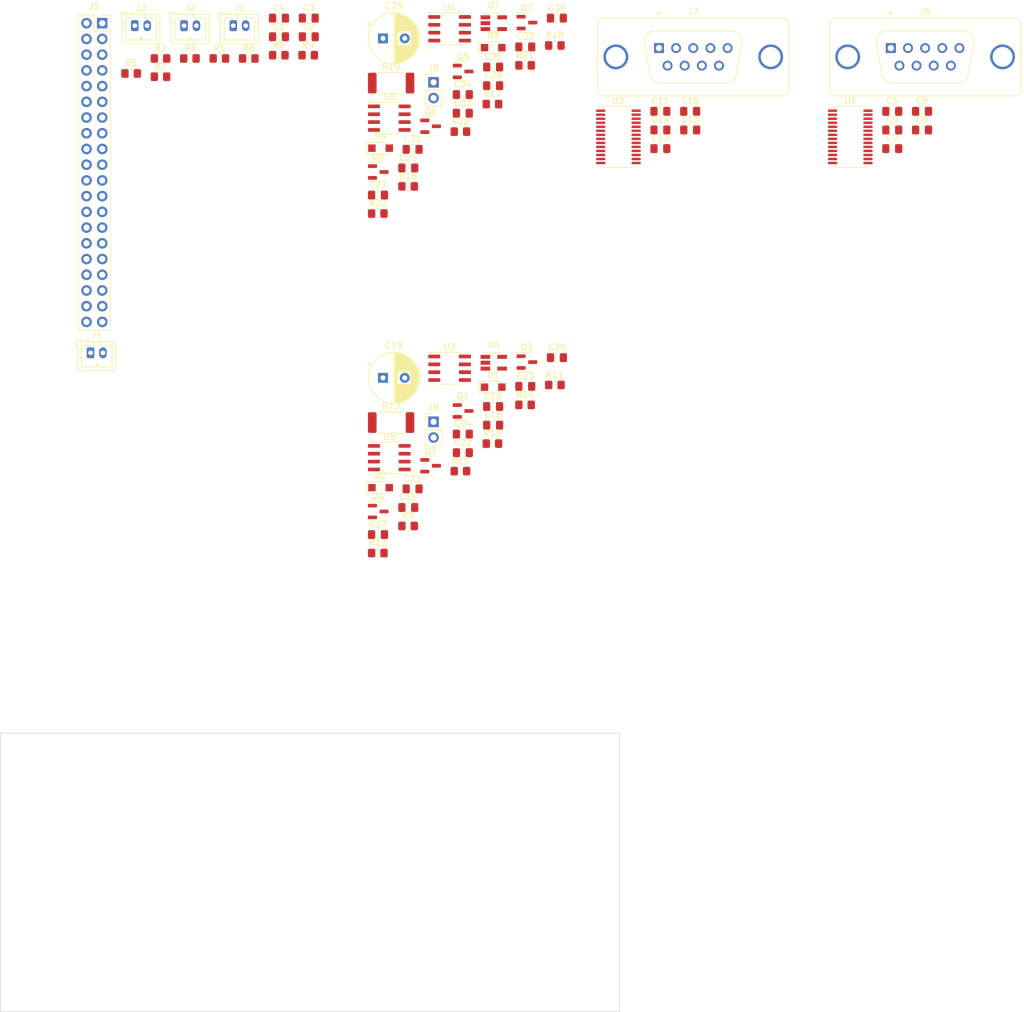
<source format=kicad_pcb>
(kicad_pcb (version 20211014) (generator pcbnew)
  (layers (0 "F.Cu" signal) (31 "B.Cu" signal) (34 "B.Paste" user) (35 "F.Paste" user) (36 "B.SilkS" user "B.Silkscreen") (37 "F.SilkS" user "F.Silkscreen") (38 "B.Mask" user) (39 "F.Mask" user) (44 "Edge.Cuts" user))
  (net 0 "")
  (net 1 "GND")
  (net 2 "/RS232 port #1/C1-")
  (net 3 "+3V3")
  (net 4 "/SW00")
  (net 5 "/SW01")
  (net 6 "/SW10")
  (net 7 "/SW11")
  (net 8 "VBUS")
  (net 9 "/RS232 port #1/C1+")
  (net 10 "Net-(D1-Pad2)")
  (net 11 "Net-(D2-Pad2)")
  (net 12 "Net-(D3-Pad2)")
  (net 13 "Net-(D4-Pad2)")
  (net 14 "Net-(J3-Pad2)")
  (net 15 "Net-(J4-Pad2)")
  (net 16 "Net-(Q1-Pad1)")
  (net 17 "Net-(Q2-Pad1)")
  (net 18 "Net-(Q3-Pad1)")
  (net 19 "Net-(Q4-Pad1)")
  (net 20 "Net-(Q5-Pad1)")
  (net 21 "Net-(Q6-Pad1)")
  (net 22 "Net-(Q7-Pad1)")
  (net 23 "Net-(Q8-Pad1)")
  (net 24 "+12V")
  (net 25 "/RS232 port #1/V-")
  (net 26 "/RS232 port #1/C2-")
  (net 27 "+5V")
  (net 28 "Net-(R17-Pad1)")
  (net 29 "Net-(R18-Pad1)")
  (net 30 "Net-(R20-Pad2)")
  (net 31 "Net-(R21-Pad2)")
  (net 32 "/RS232 port #1/C2+")
  (net 33 "/RS232 port #1/V+")
  (net 34 "/RS232 port #2/C1-")
  (net 35 "/RS232 port #2/C1+")
  (net 36 "/RS232 port #2/V-")
  (net 37 "/RS232 port #2/C2-")
  (net 38 "/RS232 port #2/C2+")
  (net 39 "/RS232 port #2/V+")
  (net 40 "Net-(C15-Pad1)")
  (net 41 "Net-(C16-Pad1)")
  (net 42 "/H-bridge #1/Motor_L")
  (net 43 "Net-(C22-Pad1)")
  (net 44 "/H-bridge #1/Motor_R")
  (net 45 "Net-(C25-Pad1)")
  (net 46 "Net-(C26-Pad1)")
  (net 47 "/H-bridge #2/Motor_L")
  (net 48 "Net-(C32-Pad1)")
  (net 49 "/H-bridge #2/Motor_R")
  (net 50 "Net-(J1-Pad2)")
  (net 51 "Net-(J2-Pad2)")
  (net 92 "/RS232 port #1/DCD")
  (net 93 "/RS232 port #1/RX")
  (net 94 "/RS232 port #1/TX")
  (net 95 "/RS232 port #1/DTR")
  (net 96 "/RS232 port #1/DSR")
  (net 97 "/RS232 port #1/RTS")
  (net 98 "/RS232 port #1/CTS")
  (net 99 "/RS232 port #1/RI")
  (net 100 "/RS232 port #2/DCD")
  (net 101 "/RS232 port #2/RX")
  (net 102 "/RS232 port #2/TX")
  (net 103 "/RS232 port #2/DTR")
  (net 104 "/RS232 port #2/DSR")
  (net 105 "/RS232 port #2/RTS")
  (net 106 "/RS232 port #2/CTS")
  (net 107 "/RS232 port #2/RI")
  (net 108 "Net-(R10-Pad1)")
  (net 109 "Net-(R11-Pad1)")
  (net 110 "Net-(R13-Pad2)")
  (net 111 "Net-(R14-Pad2)")
  (net 136 "/H-bridge #1/PWM_L")
  (net 137 "/H-bridge #1/Motor_A_Sense")
  (net 138 "/H-bridge #1/PWM_R")
  (net 139 "/H-bridge #2/PWM_L")
  (net 140 "/H-bridge #2/Motor_A_Sense")
  (net 141 "/H-bridge #2/PWM_R")
  (footprint "Capacitor_THT:CP_Radial_D8.0mm_P3.50mm" (layer "F.Cu") (at 154.304698 -29.74)
    (fp_text reference "C29" (at 1.75 -5.25) (layer "F.SilkS"))
    (fp_text value "220uC")
    (pad "1" thru_hole rect (at 0 0) (size 1.6 1.6) (drill 0.8) (layers *.Cu *.Mask) (net 45 "Net-(C25-Pad1)"))
    (pad "2" thru_hole circle (at 3.5 0) (size 1.6 1.6) (drill 0.8) (layers *.Cu *.Mask) (net 1 "GND"))
  )
  (footprint "Connector_JST:JST_PH_B2B-PH-K_1x02_P2.00mm_Vertical" (layer "F.Cu") (at 130.12 -31.79)
    (fp_text reference "J1" (at 1 -2.9) (layer "F.SilkS"))
    (fp_text value "SW0 switch")
    (pad "1" thru_hole roundrect (at 0 0) (size 1.2 1.75) (drill 0.75) (layers *.Cu *.Mask) (roundrect_rratio 0.208333) (net 1 "GND"))
    (pad "2" thru_hole oval (at 2 0) (size 1.2 1.75) (drill 0.75) (layers *.Cu *.Mask) (net 50 "Net-(J1-Pad2)"))
  )
  (footprint "Diode_SMD:Nexperia_CFP3_SOD-123W" (layer "F.Cu") (at 172.095 -28.24)
    (fp_text reference "D3" (at 0 -2) (layer "F.SilkS"))
    (fp_text value "PMEG6010ER")
    (pad "1" smd rect (at -1.4 0) (size 1.2 1.2) (layers "F.Cu" "F.Paste" "F.Mask") (net 46 "Net-(C26-Pad1)"))
    (pad "2" smd rect (at 1.4 0) (size 1.2 1.2) (layers "F.Cu" "F.Paste" "F.Mask") (net 12 "Net-(D3-Pad2)"))
  )
  (footprint "Resistor_SMD:R_0805_2012Metric_Pad1.20x1.40mm_HandSolder" (layer "F.Cu") (at 142.22 -27.02)
    (fp_text reference "R4" (at 0 -1.65) (layer "F.SilkS"))
    (fp_text value "10kR")
    (pad "1" smd roundrect (at -1 0) (size 1.2 1.4) (layers "F.Cu" "F.Paste" "F.Mask") (roundrect_rratio 0.208333) (net 27 "+5V"))
    (pad "2" smd roundrect (at 1 0) (size 1.2 1.4) (layers "F.Cu" "F.Paste" "F.Mask") (roundrect_rratio 0.208333) (net 15 "Net-(J4-Pad2)"))
  )
  (footprint "Package_TO_SOT_SMD:SOT-23" (layer "F.Cu") (at 177.53 22.56)
    (fp_text reference "Q3" (at 0 -2.4) (layer "F.SilkS"))
    (fp_text value "Q_NMOS_GSD")
    (pad "1" smd roundrect (at -0.9375 -0.95) (size 1.475 0.6) (layers "F.Cu" "F.Paste" "F.Mask") (net 18 "Net-(Q3-Pad1)"))
    (pad "2" smd roundrect (at -0.9375 0.95) (size 1.475 0.6) (layers "F.Cu" "F.Paste" "F.Mask") (net 44 "/H-bridge #1/Motor_R"))
    (pad "3" smd roundrect (at 0.9375 0) (size 1.475 0.6) (layers "F.Cu" "F.Paste" "F.Mask") (net 40 "Net-(C15-Pad1)"))
  )
  (footprint "Diode_SMD:Nexperia_CFP3_SOD-123W" (layer "F.Cu") (at 153.905 42.85)
    (fp_text reference "D2" (at 0 -2) (layer "F.SilkS"))
    (fp_text value "PMEG6010ER")
    (pad "1" smd rect (at -1.4 0) (size 1.2 1.2) (layers "F.Cu" "F.Paste" "F.Mask") (net 43 "Net-(C22-Pad1)"))
    (pad "2" smd rect (at 1.4 0) (size 1.2 1.2) (layers "F.Cu" "F.Paste" "F.Mask") (net 11 "Net-(D2-Pad2)"))
  )
  (footprint "Capacitor_SMD:C_0805_2012Metric_Pad1.18x1.45mm_HandSolder" (layer "F.Cu") (at 158.38 46.05)
    (fp_text reference "C15" (at 0 -1.68) (layer "F.SilkS"))
    (fp_text value "1uC")
    (pad "1" smd roundrect (at -1.0375 0) (size 1.175 1.45) (layers "F.Cu" "F.Paste" "F.Mask") (roundrect_rratio 0.212766) (net 40 "Net-(C15-Pad1)"))
    (pad "2" smd roundrect (at 1.0375 0) (size 1.175 1.45) (layers "F.Cu" "F.Paste" "F.Mask") (roundrect_rratio 0.212766) (net 1 "GND"))
  )
  (footprint "Capacitor_SMD:C_0805_2012Metric_Pad1.18x1.45mm_HandSolder" (layer "F.Cu") (at 158.38 -8.8)
    (fp_text reference "C25" (at 0 -1.68) (layer "F.SilkS"))
    (fp_text value "1uC")
    (pad "1" smd roundrect (at -1.0375 0) (size 1.175 1.45) (layers "F.Cu" "F.Paste" "F.Mask") (roundrect_rratio 0.212766) (net 45 "Net-(C25-Pad1)"))
    (pad "2" smd roundrect (at 1.0375 0) (size 1.175 1.45) (layers "F.Cu" "F.Paste" "F.Mask") (roundrect_rratio 0.212766) (net 1 "GND"))
  )
  (footprint "Capacitor_SMD:C_0805_2012Metric_Pad1.18x1.45mm_HandSolder" (layer "F.Cu") (at 236.53 -17.95)
    (fp_text reference "C6" (at 0 -1.68) (layer "F.SilkS"))
    (fp_text value "0.1uC")
    (pad "1" smd roundrect (at -1.0375 0) (size 1.175 1.45) (layers "F.Cu" "F.Paste" "F.Mask") (roundrect_rratio 0.212766) (net 1 "GND"))
    (pad "2" smd roundrect (at 1.0375 0) (size 1.175 1.45) (layers "F.Cu" "F.Paste" "F.Mask") (roundrect_rratio 0.212766) (net 25 "/RS232 port #1/V-"))
  )
  (footprint "Package_SO:SOIC-8_3.9x4.9mm_P1.27mm" (layer "F.Cu") (at 155.31 38)
    (fp_text reference "U5" (at 0 -3.4) (layer "F.SilkS"))
    (fp_text value "IR2103")
    (pad "1" smd roundrect (at -2.475 -1.905) (size 1.95 0.6) (layers "F.Cu" "F.Paste" "F.Mask") (net 40 "Net-(C15-Pad1)"))
    (pad "2" smd roundrect (at -2.475 -0.635) (size 1.95 0.6) (layers "F.Cu" "F.Paste" "F.Mask") (net 138 "/H-bridge #1/PWM_R"))
    (pad "3" smd roundrect (at -2.475 0.635) (size 1.95 0.6) (layers "F.Cu" "F.Paste" "F.Mask") (net 138 "/H-bridge #1/PWM_R"))
    (pad "4" smd roundrect (at -2.475 1.905) (size 1.95 0.6) (layers "F.Cu" "F.Paste" "F.Mask") (net 1 "GND"))
    (pad "5" smd roundrect (at 2.475 1.905) (size 1.95 0.6) (layers "F.Cu" "F.Paste" "F.Mask") (net 111 "Net-(R14-Pad2)"))
    (pad "6" smd roundrect (at 2.475 0.635) (size 1.95 0.6) (layers "F.Cu" "F.Paste" "F.Mask") (net 44 "/H-bridge #1/Motor_R"))
    (pad "7" smd roundrect (at 2.475 -0.635) (size 1.95 0.6) (layers "F.Cu" "F.Paste" "F.Mask") (net 110 "Net-(R13-Pad2)"))
    (pad "8" smd roundrect (at 2.475 -1.905) (size 1.95 0.6) (layers "F.Cu" "F.Paste" "F.Mask") (net 43 "Net-(C22-Pad1)"))
  )
  (footprint "Connector_PinHeader_2.54mm:PinHeader_1x02_P2.54mm_Vertical" (layer "F.Cu") (at 162.46 -22.64)
    (fp_text reference "J9" (at 0 -2.33) (layer "F.SilkS"))
    (fp_text value "Motor connector")
    (pad "1" thru_hole rect (at 0 0) (size 1.7 1.7) (drill 1) (layers *.Cu *.Mask) (net 49 "/H-bridge #2/Motor_R"))
    (pad "2" thru_hole oval (at 0 2.54) (size 1.7 1.7) (drill 1) (layers *.Cu *.Mask) (net 47 "/H-bridge #2/Motor_L"))
  )
  (footprint "Capacitor_SMD:C_0805_2012Metric_Pad1.18x1.45mm_HandSolder" (layer "F.Cu") (at 142.31 -33.01)
    (fp_text reference "C3" (at 0 -1.68) (layer "F.SilkS"))
    (fp_text value "0.1uC")
    (pad "1" smd roundrect (at -1.0375 0) (size 1.175 1.45) (layers "F.Cu" "F.Paste" "F.Mask") (roundrect_rratio 0.212766) (net 6 "/SW10"))
    (pad "2" smd roundrect (at 1.0375 0) (size 1.175 1.45) (layers "F.Cu" "F.Paste" "F.Mask") (roundrect_rratio 0.212766) (net 1 "GND"))
  )
  (footprint "Resistor_SMD:R_0805_2012Metric_Pad1.20x1.40mm_HandSolder" (layer "F.Cu") (at 166.8 40.18)
    (fp_text reference "R15" (at 0 -1.65) (layer "F.SilkS"))
    (fp_text value "10R")
    (pad "1" smd roundrect (at -1 0) (size 1.2 1.4) (layers "F.Cu" "F.Paste" "F.Mask") (roundrect_rratio 0.208333) (net 40 "Net-(C15-Pad1)"))
    (pad "2" smd roundrect (at 1 0) (size 1.2 1.4) (layers "F.Cu" "F.Paste" "F.Mask") (roundrect_rratio 0.208333) (net 11 "Net-(D2-Pad2)"))
  )
  (footprint "Diode_SMD:Nexperia_CFP3_SOD-123W" (layer "F.Cu") (at 172.095 26.61)
    (fp_text reference "D1" (at 0 -2) (layer "F.SilkS"))
    (fp_text value "PMEG6010ER")
    (pad "1" smd rect (at -1.4 0) (size 1.2 1.2) (layers "F.Cu" "F.Paste" "F.Mask") (net 41 "Net-(C16-Pad1)"))
    (pad "2" smd rect (at 1.4 0) (size 1.2 1.2) (layers "F.Cu" "F.Paste" "F.Mask") (net 10 "Net-(D1-Pad2)"))
  )
  (footprint "Resistor_SMD:R_0805_2012Metric_Pad1.20x1.40mm_HandSolder" (layer "F.Cu") (at 182.05 -28.59)
    (fp_text reference "R18" (at 0 -1.65) (layer "F.SilkS"))
    (fp_text value "10R")
    (pad "1" smd roundrect (at -1 0) (size 1.2 1.4) (layers "F.Cu" "F.Paste" "F.Mask") (roundrect_rratio 0.208333) (net 29 "Net-(R18-Pad1)"))
    (pad "2" smd roundrect (at 1 0) (size 1.2 1.4) (layers "F.Cu" "F.Paste" "F.Mask") (roundrect_rratio 0.208333) (net 21 "Net-(Q6-Pad1)"))
  )
  (footprint "Capacitor_SMD:C_0805_2012Metric_Pad1.18x1.45mm_HandSolder" (layer "F.Cu") (at 182.38 -33.01)
    (fp_text reference "C30" (at 0 -1.68) (layer "F.SilkS"))
    (fp_text value "1uC")
    (pad "1" smd roundrect (at -1.0375 0) (size 1.175 1.45) (layers "F.Cu" "F.Paste" "F.Mask") (roundrect_rratio 0.212766) (net 45 "Net-(C25-Pad1)"))
    (pad "2" smd roundrect (at 1.0375 0) (size 1.175 1.45) (layers "F.Cu" "F.Paste" "F.Mask") (roundrect_rratio 0.212766) (net 1 "GND"))
  )
  (footprint "Capacitor_SMD:C_0805_2012Metric_Pad1.18x1.45mm_HandSolder" (layer "F.Cu") (at 241.34 -17.95)
    (fp_text reference "C5" (at 0 -1.68) (layer "F.SilkS"))
    (fp_text value "0.1uC")
    (pad "1" smd roundrect (at -1.0375 0) (size 1.175 1.45) (layers "F.Cu" "F.Paste" "F.Mask") (roundrect_rratio 0.212766) (net 2 "/RS232 port #1/C1-"))
    (pad "2" smd roundrect (at 1.0375 0) (size 1.175 1.45) (layers "F.Cu" "F.Paste" "F.Mask") (roundrect_rratio 0.212766) (net 9 "/RS232 port #1/C1+"))
  )
  (footprint "Resistor_SMD:R_0805_2012Metric_Pad1.20x1.40mm_HandSolder" (layer "F.Cu") (at 158.35 49.03)
    (fp_text reference "R9" (at 0 -1.65) (layer "F.SilkS"))
    (fp_text value "10R")
    (pad "1" smd roundrect (at -1 0) (size 1.2 1.4) (layers "F.Cu" "F.Paste" "F.Mask") (roundrect_rratio 0.208333) (net 40 "Net-(C15-Pad1)"))
    (pad "2" smd roundrect (at 1 0) (size 1.2 1.4) (layers "F.Cu" "F.Paste" "F.Mask") (roundrect_rratio 0.208333) (net 10 "Net-(D1-Pad2)"))
  )
  (footprint "Capacitor_SMD:C_0805_2012Metric_Pad1.18x1.45mm_HandSolder" (layer "F.Cu") (at 172.08 32.75)
    (fp_text reference "C18" (at 0 -1.68) (layer "F.SilkS"))
    (fp_text value "1uC")
    (pad "1" smd roundrect (at -1.0375 0) (size 1.175 1.45) (layers "F.Cu" "F.Paste" "F.Mask") (roundrect_rratio 0.212766) (net 40 "Net-(C15-Pad1)"))
    (pad "2" smd roundrect (at 1.0375 0) (size 1.175 1.45) (layers "F.Cu" "F.Paste" "F.Mask") (roundrect_rratio 0.212766) (net 1 "GND"))
  )
  (footprint "Package_SO:SOIC-8_3.9x4.9mm_P1.27mm" (layer "F.Cu") (at 165.05 23.56)
    (fp_text reference "U3" (at 0 -3.4) (layer "F.SilkS"))
    (fp_text value "IR2103")
    (pad "1" smd roundrect (at -2.475 -1.905) (size 1.95 0.6) (layers "F.Cu" "F.Paste" "F.Mask") (net 40 "Net-(C15-Pad1)"))
    (pad "2" smd roundrect (at -2.475 -0.635) (size 1.95 0.6) (layers "F.Cu" "F.Paste" "F.Mask") (net 136 "/H-bridge #1/PWM_L"))
    (pad "3" smd roundrect (at -2.475 0.635) (size 1.95 0.6) (layers "F.Cu" "F.Paste" "F.Mask") (net 136 "/H-bridge #1/PWM_L"))
    (pad "4" smd roundrect (at -2.475 1.905) (size 1.95 0.6) (layers "F.Cu" "F.Paste" "F.Mask") (net 1 "GND"))
    (pad "5" smd roundrect (at 2.475 1.905) (size 1.95 0.6) (layers "F.Cu" "F.Paste" "F.Mask") (net 109 "Net-(R11-Pad1)"))
    (pad "6" smd roundrect (at 2.475 0.635) (size 1.95 0.6) (layers "F.Cu" "F.Paste" "F.Mask") (net 42 "/H-bridge #1/Motor_L"))
    (pad "7" smd roundrect (at 2.475 -0.635) (size 1.95 0.6) (layers "F.Cu" "F.Paste" "F.Mask") (net 108 "Net-(R10-Pad1)"))
    (pad "8" smd roundrect (at 2.475 -1.905) (size 1.95 0.6) (layers "F.Cu" "F.Paste" "F.Mask") (net 41 "Net-(C16-Pad1)"))
  )
  (footprint "Package_TO_SOT_SMD:SOT-23" (layer "F.Cu") (at 161.98 39.31)
    (fp_text reference "Q2" (at 0 -2.4) (layer "F.SilkS"))
    (fp_text value "Q_NMOS_GSD")
    (pad "1" smd roundrect (at -0.9375 -0.95) (size 1.475 0.6) (layers "F.Cu" "F.Paste" "F.Mask") (net 17 "Net-(Q2-Pad1)"))
    (pad "2" smd roundrect (at -0.9375 0.95) (size 1.475 0.6) (layers "F.Cu" "F.Paste" "F.Mask") (net 1 "GND"))
    (pad "3" smd roundrect (at 0.9375 0) (size 1.475 0.6) (layers "F.Cu" "F.Paste" "F.Mask") (net 42 "/H-bridge #1/Motor_L"))
  )
  (footprint "Capacitor_SMD:C_0805_2012Metric_Pad1.18x1.45mm_HandSolder" (layer "F.Cu") (at 153.49 -4.42)
    (fp_text reference "C27" (at 0 -1.68) (layer "F.SilkS"))
    (fp_text value "1uC")
    (pad "1" smd roundrect (at -1.0375 0) (size 1.175 1.45) (layers "F.Cu" "F.Paste" "F.Mask") (roundrect_rratio 0.212766) (net 45 "Net-(C25-Pad1)"))
    (pad "2" smd roundrect (at 1.0375 0) (size 1.175 1.45) (layers "F.Cu" "F.Paste" "F.Mask") (roundrect_rratio 0.212766) (net 1 "GND"))
  )
  (footprint "Resistor_SMD:R_0805_2012Metric_Pad1.20x1.40mm_HandSolder" (layer "F.Cu") (at 113.62 -24.07)
    (fp_text reference "R5" (at 0 -1.65) (layer "F.SilkS"))
    (fp_text value "10kR")
    (pad "1" smd roundrect (at -1 0) (size 1.2 1.4) (layers "F.Cu" "F.Paste" "F.Mask") (roundrect_rratio 0.208333) (net 50 "Net-(J1-Pad2)"))
    (pad "2" smd roundrect (at 1 0) (size 1.2 1.4) (layers "F.Cu" "F.Paste" "F.Mask") (roundrect_rratio 0.208333) (net 4 "/SW00"))
  )
  (footprint "Package_SO:TSSOP-28_4.4x9.7mm_P0.65mm" (layer "F.Cu") (at 229.75 -13.83)
    (fp_text reference "U1" (at 0 -5.8) (layer "F.SilkS"))
    (fp_text value "SP3243E")
    (pad "1" smd roundrect (at -2.8625 -4.225) (size 1.475 0.4) (layers "F.Cu" "F.Paste" "F.Mask") (net 32 "/RS232 port #1/C2+"))
    (pad "2" smd roundrect (at -2.8625 -3.575) (size 1.475 0.4) (layers "F.Cu" "F.Paste" "F.Mask") (net 26 "/RS232 port #1/C2-"))
    (pad "3" smd roundrect (at -2.8625 -2.925) (size 1.475 0.4) (layers "F.Cu" "F.Paste" "F.Mask") (net 25 "/RS232 port #1/V-"))
    (pad "4" smd roundrect (at -2.8625 -2.275) (size 1.475 0.4) (layers "F.Cu" "F.Paste" "F.Mask") (net 93 "/RS232 port #1/RX"))
    (pad "5" smd roundrect (at -2.8625 -1.625) (size 1.475 0.4) (layers "F.Cu" "F.Paste" "F.Mask") (net 98 "/RS232 port #1/CTS"))
    (pad "6" smd roundrect (at -2.8625 -0.975) (size 1.475 0.4) (layers "F.Cu" "F.Paste" "F.Mask") (net 96 "/RS232 port #1/DSR"))
    (pad "7" smd roundrect (at -2.8625 -0.325) (size 1.475 0.4) (layers "F.Cu" "F.Paste" "F.Mask") (net 99 "/RS232 port #1/RI"))
    (pad "8" smd roundrect (at -2.8625 0.325) (size 1.475 0.4) (layers "F.Cu" "F.Paste" "F.Mask") (net 92 "/RS232 port #1/DCD"))
    (pad "9" smd roundrect (at -2.8625 0.975) (size 1.475 0.4) (layers "F.Cu" "F.Paste" "F.Mask") (net 94 "/RS232 port #1/TX"))
    (pad "10" smd roundrect (at -2.8625 1.625) (size 1.475 0.4) (layers "F.Cu" "F.Paste" "F.Mask") (net 95 "/RS232 port #1/DTR"))
    (pad "11" smd roundrect (at -2.8625 2.275) (size 1.475 0.4) (layers "F.Cu" "F.Paste" "F.Mask") (net 97 "/RS232 port #1/RTS"))
    (pad "12" smd roundrect (at -2.8625 2.925) (size 1.475 0.4) (layers "F.Cu" "F.Paste" "F.Mask"))
    (pad "13" smd roundrect (at -2.8625 3.575) (size 1.475 0.4) (layers "F.Cu" "F.Paste" "F.Mask"))
    (pad "14" smd roundrect (at -2.8625 4.225) (size 1.475 0.4) (layers "F.Cu" "F.Paste" "F.Mask"))
    (pad "15" smd roundrect (at 2.8625 4.225) (size 1.475 0.4) (layers "F.Cu" "F.Paste" "F.Mask"))
    (pad "16" smd roundrect (at 2.8625 3.575) (size 1.475 0.4) (layers "F.Cu" "F.Paste" "F.Mask"))
    (pad "17" smd roundrect (at 2.8625 2.925) (size 1.475 0.4) (layers "F.Cu" "F.Paste" "F.Mask"))
    (pad "18" smd roundrect (at 2.8625 2.275) (size 1.475 0.4) (layers "F.Cu" "F.Paste" "F.Mask"))
    (pad "19" smd roundrect (at 2.8625 1.625) (size 1.475 0.4) (layers "F.Cu" "F.Paste" "F.Mask"))
    (pad "20" smd roundrect (at 2.8625 0.975) (size 1.475 0.4) (layers "F.Cu" "F.Paste" "F.Mask"))
    (pad "21" smd roundrect (at 2.8625 0.325) (size 1.475 0.4) (layers "F.Cu" "F.Paste" "F.Mask"))
    (pad "22" smd roundrect (at 2.8625 -0.325) (size 1.475 0.4) (layers "F.Cu" "F.Paste" "F.Mask"))
    (pad "23" smd roundrect (at 2.8625 -0.975) (size 1.475 0.4) (layers "F.Cu" "F.Paste" "F.Mask"))
    (pad "24" smd roundrect (at 2.8625 -1.625) (size 1.475 0.4) (layers "F.Cu" "F.Paste" "F.Mask") (net 2 "/RS232 port #1/C1-"))
    (pad "25" smd roundrect (at 2.8625 -2.275) (size 1.475 0.4) (layers "F.Cu" "F.Paste" "F.Mask") (net 1 "GND"))
    (pad "26" smd roundrect (at 2.8625 -2.925) (size 1.475 0.4) (layers "F.Cu" "F.Paste" "F.Mask") (net 3 "+3V3"))
    (pad "27" smd roundrect (at 2.8625 -3.575) (size 1.475 0.4) (layers "F.Cu" "F.Paste" "F.Mask") (net 33 "/RS232 port #1/V+"))
    (pad "28" smd roundrect (at 2.8625 -4.225) (size 1.475 0.4) (layers "F.Cu" "F.Paste" "F.Mask") (net 9 "/RS232 port #1/C1+"))
  )
  (footprint "Resistor_SMD:R_0805_2012Metric_Pad1.20x1.40mm_HandSolder" (layer "F.Cu") (at 171.97 -19.12)
    (fp_text reference "R17" (at 0 -1.65) (layer "F.SilkS"))
    (fp_text value "10R")
    (pad "1" smd roundrect (at -1 0) (size 1.2 1.4) (layers "F.Cu" "F.Paste" "F.Mask") (roundrect_rratio 0.208333) (net 28 "Net-(R17-Pad1)"))
    (pad "2" smd roundrect (at 1 0) (size 1.2 1.4) (layers "F.Cu" "F.Paste" "F.Mask") (roundrect_rratio 0.208333) (net 20 "Net-(Q5-Pad1)"))
  )
  (footprint "Capacitor_SMD:C_0805_2012Metric_Pad1.18x1.45mm_HandSolder" (layer "F.Cu") (at 167.19 37.2)
    (fp_text reference "C22" (at 0 -1.68) (layer "F.SilkS"))
    (fp_text value "0.1uC")
    (pad "1" smd roundrect (at -1.0375 0) (size 1.175 1.45) (layers "F.Cu" "F.Paste" "F.Mask") (roundrect_rratio 0.212766) (net 43 "Net-(C22-Pad1)"))
    (pad "2" smd roundrect (at 1.0375 0) (size 1.175 1.45) (layers "F.Cu" "F.Paste" "F.Mask") (roundrect_rratio 0.212766) (net 44 "/H-bridge #1/Motor_R"))
  )
  (footprint "Resistor_SMD:R_0805_2012Metric_Pad1.20x1.40mm_HandSolder" (layer "F.Cu") (at 118.37 -23.54)
    (fp_text reference "R7" (at 0 -1.65) (layer "F.SilkS"))
    (fp_text value "10kR")
    (pad "1" smd roundrect (at -1 0) (size 1.2 1.4) (layers "F.Cu" "F.Paste" "F.Mask") (roundrect_rratio 0.208333) (net 14 "Net-(J3-Pad2)"))
    (pad "2" smd roundrect (at 1 0) (size 1.2 1.4) (layers "F.Cu" "F.Paste" "F.Mask") (roundrect_rratio 0.208333) (net 6 "/SW10"))
  )
  (footprint "Resistor_SMD:R_0805_2012Metric_Pad1.20x1.40mm_HandSolder" (layer "F.Cu") (at 153.46 -1.44)
    (fp_text reference "R20" (at 0 -1.65) (layer "F.SilkS"))
    (fp_text value "10R")
    (pad "1" smd roundrect (at -1 0) (size 1.2 1.4) (layers "F.Cu" "F.Paste" "F.Mask") (roundrect_rratio 0.208333) (net 22 "Net-(Q7-Pad1)"))
    (pad "2" smd roundrect (at 1 0) (size 1.2 1.4) (layers "F.Cu" "F.Paste" "F.Mask") (roundrect_rratio 0.208333) (net 30 "Net-(R20-Pad2)"))
  )
  (footprint "Capacitor_SMD:C_0805_2012Metric_Pad1.18x1.45mm_HandSolder" (layer "F.Cu") (at 159.08 -11.81)
    (fp_text reference "C31" (at 0 -1.68) (layer "F.SilkS"))
    (fp_text value "1uC")
    (pad "1" smd roundrect (at -1.0375 0) (size 1.175 1.45) (layers "F.Cu" "F.Paste" "F.Mask") (roundrect_rratio 0.212766) (net 45 "Net-(C25-Pad1)"))
    (pad "2" smd roundrect (at 1.0375 0) (size 1.175 1.45) (layers "F.Cu" "F.Paste" "F.Mask") (roundrect_rratio 0.212766) (net 1 "GND"))
  )
  (footprint "Connector_JST:JST_PH_B2B-PH-K_1x02_P2.00mm_Vertical" (layer "F.Cu") (at 122.17 -31.79)
    (fp_text reference "J2" (at 1 -2.9) (layer "F.SilkS"))
    (fp_text value "SW0 switch")
    (pad "1" thru_hole roundrect (at 0 0) (size 1.2 1.75) (drill 0.75) (layers *.Cu *.Mask) (roundrect_rratio 0.208333) (net 1 "GND"))
    (pad "2" thru_hole oval (at 2 0) (size 1.2 1.75) (drill 0.75) (layers *.Cu *.Mask) (net 51 "Net-(J2-Pad2)"))
  )
  (footprint "Resistor_SMD:R_0805_2012Metric_Pad1.20x1.40mm_HandSolder" (layer "F.Cu") (at 132.62 -26.49)
    (fp_text reference "R8" (at 0 -1.65) (layer "F.SilkS"))
    (fp_text value "10kR")
    (pad "1" smd roundrect (at -1 0) (size 1.2 1.4) (layers "F.Cu" "F.Paste" "F.Mask") (roundrect_rratio 0.208333) (net 15 "Net-(J4-Pad2)"))
    (pad "2" smd roundrect (at 1 0) (size 1.2 1.4) (layers "F.Cu" "F.Paste" "F.Mask") (roundrect_rratio 0.208333) (net 7 "/SW11"))
  )
  (footprint "Connector_Dsub:DSUB-9_Male_Vertical_P2.77x2.84mm_MountingHoles" (layer "F.Cu") (at 236.3 -28.170662)
    (fp_text reference "J6" (at 5.54 -5.89) (layer "F.SilkS"))
    (fp_text value "DB9_Male")
    (pad "0" thru_hole circle (at -6.96 1.42) (size 4 4) (drill 3.2) (layers *.Cu *.Mask))
    (pad "0" thru_hole circle (at 18.04 1.42) (size 4 4) (drill 3.2) (layers *.Cu *.Mask))
    (pad "1" thru_hole rect (at 0 0) (size 1.6 1.6) (drill 1) (layers *.Cu *.Mask) (net 92 "/RS232 port #1/DCD"))
    (pad "2" thru_hole circle (at 2.77 0) (size 1.6 1.6) (drill 1) (layers *.Cu *.Mask) (net 93 "/RS232 port #1/RX"))
    (pad "3" thru_hole circle (at 5.54 0) (size 1.6 1.6) (drill 1) (layers *.Cu *.Mask) (net 94 "/RS232 port #1/TX"))
    (pad "4" thru_hole circle (at 8.31 0) (size 1.6 1.6) (drill 1) (layers *.Cu *.Mask) (net 95 "/RS232 port #1/DTR"))
    (pad "5" thru_hole circle (at 11.08 0) (size 1.6 1.6) (drill 1) (layers *.Cu *.Mask) (net 1 "GND"))
    (pad "6" thru_hole circle (at 1.385 2.84) (size 1.6 1.6) (drill 1) (layers *.Cu *.Mask) (net 96 "/RS232 port #1/DSR"))
    (pad "7" thru_hole circle (at 4.155 2.84) (size 1.6 1.6) (drill 1) (layers *.Cu *.Mask) (net 97 "/RS232 port #1/RTS"))
    (pad "8" thru_hole circle (at 6.925 2.84) (size 1.6 1.6) (drill 1) (layers *.Cu *.Mask) (net 98 "/RS232 port #1/CTS"))
    (pad "9" thru_hole circle (at 9.695 2.84) (size 1.6 1.6) (drill 1) (layers *.Cu *.Mask) (net 99 "/RS232 port #1/RI"))
  )
  (footprint "Resistor_SMD:R_0805_2012Metric_Pad1.20x1.40mm_HandSolder" (layer "F.Cu") (at 166.8 -14.67)
    (fp_text reference "R22" (at 0 -1.65) (layer "F.SilkS"))
    (fp_text value "10R")
    (pad "1" smd roundrect (at -1 0) (size 1.2 1.4) (layers "F.Cu" "F.Paste" "F.Mask") (roundrect_rratio 0.208333) (net 45 "Net-(C25-Pad1)"))
    (pad "2" smd roundrect (at 1 0) (size 1.2 1.4) (layers "F.Cu" "F.Paste" "F.Mask") (roundrect_rratio 0.208333) (net 13 "Net-(D4-Pad2)"))
  )
  (footprint "Connector_Dsub:DSUB-9_Male_Vertical_P2.77x2.84mm_MountingHoles" (layer "F.Cu") (at 198.86 -28.170662)
    (fp_text reference "J7" (at 5.54 -5.89) (layer "F.SilkS"))
    (fp_text value "DB9_Male")
    (pad "0" thru_hole circle (at -6.96 1.42) (size 4 4) (drill 3.2) (layers *.Cu *.Mask))
    (pad "0" thru_hole circle (at 18.04 1.42) (size 4 4) (drill 3.2) (layers *.Cu *.Mask))
    (pad "1" thru_hole rect (at 0 0) (size 1.6 1.6) (drill 1) (layers *.Cu *.Mask) (net 100 "/RS232 port #2/DCD"))
    (pad "2" thru_hole circle (at 2.77 0) (size 1.6 1.6) (drill 1) (layers *.Cu *.Mask) (net 101 "/RS232 port #2/RX"))
    (pad "3" thru_hole circle (at 5.54 0) (size 1.6 1.6) (drill 1) (layers *.Cu *.Mask) (net 102 "/RS232 port #2/TX"))
    (pad "4" thru_hole circle (at 8.31 0) (size 1.6 1.6) (drill 1) (layers *.Cu *.Mask) (net 103 "/RS232 port #2/DTR"))
    (pad "5" thru_hole circle (at 11.08 0) (size 1.6 1.6) (drill 1) (layers *.Cu *.Mask) (net 1 "GND"))
    (pad "6" thru_hole circle (at 1.385 2.84) (size 1.6 1.6) (drill 1) (layers *.Cu *.Mask) (net 104 "/RS232 port #2/DSR"))
    (pad "7" thru_hole circle (at 4.155 2.84) (size 1.6 1.6) (drill 1) (layers *.Cu *.Mask) (net 105 "/RS232 port #2/RTS"))
    (pad "8" thru_hole circle (at 6.925 2.84) (size 1.6 1.6) (drill 1) (layers *.Cu *.Mask) (net 106 "/RS232 port #2/CTS"))
    (pad "9" thru_hole circle (at 9.695 2.84) (size 1.6 1.6) (drill 1) (layers *.Cu *.Mask) (net 107 "/RS232 port #2/RI"))
  )
  (footprint "Package_TO_SOT_SMD:SOT-23" (layer "F.Cu") (at 153.53 -8.15)
    (fp_text reference "Q8" (at 0 -2.4) (layer "F.SilkS"))
    (fp_text value "Q_NMOS_GSD")
    (pad "1" smd roundrect (at -0.9375 -0.95) (size 1.475 0.6) (layers "F.Cu" "F.Paste" "F.Mask") (net 23 "Net-(Q8-Pad1)"))
    (pad "2" smd roundrect (at -0.9375 0.95) (size 1.475 0.6) (layers "F.Cu" "F.Paste" "F.Mask") (net 1 "GND"))
    (pad "3" smd roundrect (at 0.9375 0) (size 1.475 0.6) (layers "F.Cu" "F.Paste" "F.Mask") (net 49 "/H-bridge #2/Motor_R"))
  )
  (footprint "Capacitor_SMD:C_0805_2012Metric_Pad1.18x1.45mm_HandSolder" (layer "F.Cu") (at 167.19 -17.65)
    (fp_text reference "C32" (at 0 -1.68) (layer "F.SilkS"))
    (fp_text value "0.1uC")
    (pad "1" smd roundrect (at -1.0375 0) (size 1.175 1.45) (layers "F.Cu" "F.Paste" "F.Mask") (roundrect_rratio 0.212766) (net 48 "Net-(C32-Pad1)"))
    (pad "2" smd roundrect (at 1.0375 0) (size 1.175 1.45) (layers "F.Cu" "F.Paste" "F.Mask") (roundrect_rratio 0.212766) (net 49 "/H-bridge #2/Motor_R"))
  )
  (footprint "Capacitor_SMD:C_0805_2012Metric_Pad1.18x1.45mm_HandSolder" (layer "F.Cu") (at 199.09 -14.94)
    (fp_text reference "C14" (at 0 -1.68) (layer "F.SilkS"))
    (fp_text value "0.1uC")
    (pad "1" smd roundrect (at -1.0375 0) (size 1.175 1.45) (layers "F.Cu" "F.Paste" "F.Mask") (roundrect_rratio 0.212766) (net 1 "GND"))
    (pad "2" smd roundrect (at 1.0375 0) (size 1.175 1.45) (layers "F.Cu" "F.Paste" "F.Mask") (roundrect_rratio 0.212766) (net 8 "VBUS"))
  )
  (footprint "Capacitor_SMD:C_0805_2012Metric_Pad1.18x1.45mm_HandSolder" (layer "F.Cu") (at 177.27 -28.36)
    (fp_text reference "C33" (at 0 -1.68) (layer "F.SilkS"))
    (fp_text value "0.1uC")
    (pad "1" smd roundrect (at -1.0375 0) (size 1.175 1.45) (layers "F.Cu" "F.Paste" "F.Mask") (roundrect_rratio 0.212766) (net 3 "+3V3"))
    (pad "2" smd roundrect (at 1.0375 0) (size 1.175 1.45) (layers "F.Cu" "F.Paste" "F.Mask") (roundrect_rratio 0.212766) (net 1 "GND"))
  )
  (footprint "Package_TO_SOT_SMD:SOT-23" (layer "F.Cu") (at 167.23 -24.39)
    (fp_text reference "Q5" (at 0 -2.4) (layer "F.SilkS"))
    (fp_text value "Q_NMOS_GSD")
    (pad "1" smd roundrect (at -0.9375 -0.95) (size 1.475 0.6) (layers "F.Cu" "F.Paste" "F.Mask") (net 20 "Net-(Q5-Pad1)"))
    (pad "2" smd roundrect (at -0.9375 0.95) (size 1.475 0.6) (layers "F.Cu" "F.Paste" "F.Mask") (net 47 "/H-bridge #2/Motor_L"))
    (pad "3" smd roundrect (at 0.9375 0) (size 1.475 0.6) (layers "F.Cu" "F.Paste" "F.Mask") (net 45 "Net-(C25-Pad1)"))
  )
  (footprint "Capacitor_SMD:C_0805_2012Metric_Pad1.18x1.45mm_HandSolder" (layer "F.Cu") (at 177.27 26.49)
    (fp_text reference "C23" (at 0 -1.68) (layer "F.SilkS"))
    (fp_text value "0.1uC")
    (pad "1" smd roundrect (at -1.0375 0) (size 1.175 1.45) (layers "F.Cu" "F.Paste" "F.Mask") (roundrect_rratio 0.212766) (net 3 "+3V3"))
    (pad "2" smd roundrect (at 1.0375 0) (size 1.175 1.45) (layers "F.Cu" "F.Paste" "F.Mask") (roundrect_rratio 0.212766) (net 1 "GND"))
  )
  (footprint "Capacitor_SMD:C_0805_2012Metric_Pad1.18x1.45mm_HandSolder" (layer "F.Cu") (at 199.09 -11.93)
    (fp_text reference "C12" (at 0 -1.68) (layer "F.SilkS"))
    (fp_text value "0.1uC")
    (pad "1" smd roundrect (at -1.0375 0) (size 1.175 1.45) (layers "F.Cu" "F.Paste" "F.Mask") (roundrect_rratio 0.212766) (net 37 "/RS232 port #2/C2-"))
    (pad "2" smd roundrect (at 1.0375 0) (size 1.175 1.45) (layers "F.Cu" "F.Paste" "F.Mask") (roundrect_rratio 0.212766) (net 38 "/RS232 port #2/C2+"))
  )
  (footprint "Capacitor_SMD:C_0805_2012Metric_Pad1.18x1.45mm_HandSolder" (layer "F.Cu") (at 172.08 -25.11)
    (fp_text reference "C26" (at 0 -1.68) (layer "F.SilkS"))
    (fp_text value "0.1uC")
    (pad "1" smd roundrect (at -1.0375 0) (size 1.175 1.45) (layers "F.Cu" "F.Paste" "F.Mask") (roundrect_rratio 0.212766) (net 46 "Net-(C26-Pad1)"))
    (pad "2" smd roundrect (at 1.0375 0) (size 1.175 1.45) (layers "F.Cu" "F.Paste" "F.Mask") (roundrect_rratio 0.212766) (net 47 "/H-bridge #2/Motor_L"))
  )
  (footprint "Capacitor_SMD:C_0805_2012Metric_Pad1.18x1.45mm_HandSolder" (layer "F.Cu") (at 172.08 29.74)
    (fp_text reference "C16" (at 0 -1.68) (layer "F.SilkS"))
    (fp_text value "0.1uC")
    (pad "1" smd roundrect (at -1.0375 0) (size 1.175 1.45) (layers "F.Cu" "F.Paste" "F.Mask") (roundrect_rratio 0.212766) (net 41 "Net-(C16-Pad1)"))
    (pad "2" smd roundrect (at 1.0375 0) (size 1.175 1.45) (layers "F.Cu" "F.Paste" "F.Mask") (roundrect_rratio 0.212766) (net 42 "/H-bridge #1/Motor_L"))
  )
  (footprint "Capacitor_SMD:C_0805_2012Metric_Pad1.18x1.45mm_HandSolder" (layer "F.Cu") (at 182.38 21.84)
    (fp_text reference "C20" (at 0 -1.68) (layer "F.SilkS"))
    (fp_text value "1uC")
    (pad "1" smd roundrect (at -1.0375 0) (size 1.175 1.45) (layers "F.Cu" "F.Paste" "F.Mask") (roundrect_rratio 0.212766) (net 40 "Net-(C15-Pad1)"))
    (pad "2" smd roundrect (at 1.0375 0) (size 1.175 1.45) (layers "F.Cu" "F.Paste" "F.Mask") (roundrect_rratio 0.212766) (net 1 "GND"))
  )
  (footprint "Diode_SMD:Nexperia_CFP3_SOD-123W" (layer "F.Cu") (at 153.905 -12)
    (fp_text reference "D4" (at 0 -2) (layer "F.SilkS"))
    (fp_text value "PMEG6010ER")
    (pad "1" smd rect (at -1.4 0) (size 1.2 1.2) (layers "F.Cu" "F.Paste" "F.Mask") (net 48 "Net-(C32-Pad1)"))
    (pad "2" smd rect (at 1.4 0) (size 1.2 1.2) (layers "F.Cu" "F.Paste" "F.Mask") (net 13 "Net-(D4-Pad2)"))
  )
  (footprint "Package_SO:TSSOP-28_4.4x9.7mm_P0.65mm" (layer "F.Cu") (at 192.31 -13.83)
    (fp_text reference "U2" (at 0 -5.8) (layer "F.SilkS"))
    (fp_text value "SP3243E")
    (pad "1" smd roundrect (at -2.8625 -4.225) (size 1.475 0.4) (layers "F.Cu" "F.Paste" "F.Mask") (net 38 "/RS232 port #2/C2+"))
    (pad "2" smd roundrect (at -2.8625 -3.575) (size 1.475 0.4) (layers "F.Cu" "F.Paste" "F.Mask") (net 37 "/RS232 port #2/C2-"))
    (pad "3" smd roundrect (at -2.8625 -2.925) (size 1.475 0.4) (layers "F.Cu" "F.Paste" "F.Mask") (net 36 "/RS232 port #2/V-"))
    (pad "4" smd roundrect (at -2.8625 -2.275) (size 1.475 0.4) (layers "F.Cu" "F.Paste" "F.Mask") (net 101 "/RS232 port #2/RX"))
    (pad "5" smd roundrect (at -2.8625 -1.625) (size 1.475 0.4) (layers "F.Cu" "F.Paste" "F.Mask") (net 106 "/RS232 port #2/CTS"))
    (pad "6" smd roundrect (at -2.8625 -0.975) (size 1.475 0.4) (layers "F.Cu" "F.Paste" "F.Mask") (net 104 "/RS232 port #2/DSR"))
    (pad "7" smd roundrect (at -2.8625 -0.325) (size 1.475 0.4) (layers "F.Cu" "F.Paste" "F.Mask") (net 107 "/RS232 port #2/RI"))
    (pad "8" smd roundrect (at -2.8625 0.325) (size 1.475 0.4) (layers "F.Cu" "F.Paste" "F.Mask") (net 100 "/RS232 port #2/DCD"))
    (pad "9" smd roundrect (at -2.8625 0.975) (size 1.475 0.4) (layers "F.Cu" "F.Paste" "F.Mask") (net 102 "/RS232 port #2/TX"))
    (pad "10" smd roundrect (at -2.8625 1.625) (size 1.475 0.4) (layers "F.Cu" "F.Paste" "F.Mask") (net 103 "/RS232 port #2/DTR"))
    (pad "11" smd roundrect (at -2.8625 2.275) (size 1.475 0.4) (layers "F.Cu" "F.Paste" "F.Mask") (net 105 "/RS232 port #2/RTS"))
    (pad "12" smd roundrect (at -2.8625 2.925) (size 1.475 0.4) (layers "F.Cu" "F.Paste" "F.Mask"))
    (pad "13" smd roundrect (at -2.8625 3.575) (size 1.475 0.4) (layers "F.Cu" "F.Paste" "F.Mask"))
    (pad "14" smd roundrect (at -2.8625 4.225) (size 1.475 0.4) (layers "F.Cu" "F.Paste" "F.Mask"))
    (pad "15" smd roundrect (at 2.8625 4.225) (size 1.475 0.4) (layers "F.Cu" "F.Paste" "F.Mask"))
    (pad "16" smd roundrect (at 2.8625 3.575) (size 1.475 0.4) (layers "F.Cu" "F.Paste" "F.Mask"))
    (pad "17" smd roundrect (at 2.8625 2.925) (size 1.475 0.4) (layers "F.Cu" "F.Paste" "F.Mask"))
    (pad "18" smd roundrect (at 2.8625 2.275) (size 1.475 0.4) (layers "F.Cu" "F.Paste" "F.Mask"))
    (pad "19" smd roundrect (at 2.8625 1.625) (size 1.475 0.4) (layers "F.Cu" "F.Paste" "F.Mask"))
    (pad "20" smd roundrect (at 2.8625 0.975) (size 1.475 0.4) (layers "F.Cu" "F.Paste" "F.Mask"))
    (pad "21" smd roundrect (at 2.8625 0.325) (size 1.475 0.4) (layers "F.Cu" "F.Paste" "F.Mask"))
    (pad "22" smd roundrect (at 2.8625 -0.325) (size 1.475 0.4) (layers "F.Cu" "F.Paste" "F.Mask"))
    (pad "23" smd roundrect (at 2.8625 -0.975) (size 1.475 0.4) (layers "F.Cu" "F.Paste" "F.Mask"))
    (pad "24" smd roundrect (at 2.8625 -1.625) (size 1.475 0.4) (layers "F.Cu" "F.Paste" "F.Mask") (net 34 "/RS232 port #2/C1-"))
    (pad "25" smd roundrect (at 2.8625 -2.275) (size 1.475 0.4) (layers "F.Cu" "F.Paste" "F.Mask") (net 1 "GND"))
    (pad "26" smd roundrect (at 2.8625 -2.925) (size 1.475 0.4) (layers "F.Cu" "F.Paste" "F.Mask") (net 3 "+3V3"))
    (pad "27" smd roundrect (at 2.8625 -3.575) (size 1.475 0.4) (layers "F.Cu" "F.Paste" "F.Mask") (net 39 "/RS232 port #2/V+"))
    (pad "28" smd roundrect (at 2.8625 -4.225) (size 1.475 0.4) (layers "F.Cu" "F.Paste" "F.Mask") (net 35 "/RS232 port #2/C1+"))
  )
  (footprint "Capacitor_SMD:C_0805_2012Metric_Pad1.18x1.45mm_HandSolder" (layer "F.Cu") (at 167.19 -20.66)
    (fp_text reference "C34" (at 0 -1.68) (layer "F.SilkS"))
    (fp_text value "1uC")
    (pad "1" smd roundrect (at -1.0375 0) (size 1.175 1.45) (layers "F.Cu" "F.Paste" "F.Mask") (roundrect_rratio 0.212766) (net 45 "Net-(C25-Pad1)"))
    (pad "2" smd roundrect (at 1.0375 0) (size 1.175 1.45) (layers "F.Cu" "F.Paste" "F.Mask") (roundrect_rratio 0.212766) (net 1 "GND"))
  )
  (footprint "Package_TO_SOT_SMD:SOT-23" (layer "F.Cu") (at 153.53 46.7)
    (fp_text reference "Q4" (at 0 -2.4) (layer "F.SilkS"))
    (fp_text value "Q_NMOS_GSD")
    (pad "1" smd roundrect (at -0.9375 -0.95) (size 1.475 0.6) (layers "F.Cu" "F.Paste" "F.Mask") (net 19 "Net-(Q4-Pad1)"))
    (pad "2" smd roundrect (at -0.9375 0.95) (size 1.475 0.6) (layers "F.Cu" "F.Paste" "F.Mask") (net 1 "GND"))
    (pad "3" smd roundrect (at 0.9375 0) (size 1.475 0.6) (layers "F.Cu" "F.Paste" "F.Mask") (net 44 "/H-bridge #1/Motor_R"))
  )
  (footprint "Capacitor_SMD:C_0805_2012Metric_Pad1.18x1.45mm_HandSolder" (layer "F.Cu") (at 203.9 -17.95)
    (fp_text reference "C10" (at 0 -1.68) (layer "F.SilkS"))
    (fp_text value "0.1uC")
    (pad "1" smd roundrect (at -1.0375 0) (size 1.175 1.45) (layers "F.Cu" "F.Paste" "F.Mask") (roundrect_rratio 0.212766) (net 34 "/RS232 port #2/C1-"))
    (pad "2" smd roundrect (at 1.0375 0) (size 1.175 1.45) (layers "F.Cu" "F.Paste" "F.Mask") (roundrect_rratio 0.212766) (net 35 "/RS232 port #2/C1+"))
  )
  (footprint "Resistor_SMD:R_0805_2012Metric_Pad1.20x1.40mm_HandSolder" (layer "F.Cu") (at 118.37 -26.49)
    (fp_text reference "R2" (at 0 -1.65) (layer "F.SilkS"))
    (fp_text value "10kR")
    (pad "1" smd roundrect (at -1 0) (size 1.2 1.4) (layers "F.Cu" "F.Paste" "F.Mask") (roundrect_rratio 0.208333) (net 27 "+5V"))
    (pad "2" smd roundrect (at 1 0) (size 1.2 1.4) (layers "F.Cu" "F.Paste" "F.Mask") (roundrect_rratio 0.208333) (net 51 "Net-(J2-Pad2)"))
  )
  (footprint "Capacitor_THT:CP_Radial_D8.0mm_P3.50mm" (layer "F.Cu") (at 154.304698 25.11)
    (fp_text reference "C19" (at 1.75 -5.25) (layer "F.SilkS"))
    (fp_text value "220uC")
    (pad "1" thru_hole rect (at 0 0) (size 1.6 1.6) (drill 0.8) (layers *.Cu *.Mask) (net 40 "Net-(C15-Pad1)"))
    (pad "2" thru_hole circle (at 3.5 0) (size 1.6 1.6) (drill 0.8) (layers *.Cu *.Mask) (net 1 "GND"))
  )
  (footprint "Package_TO_SOT_SMD:SOT-23-5_HandSoldering" (layer "F.Cu") (at 172.18 -32.19)
    (fp_text reference "U7" (at 0 -2.9) (layer "F.SilkS"))
    (fp_text value "INA180A2")
    (pad "1" smd rect (at -1.35 -0.95) (size 1.56 0.65) (layers "F.Cu" "F.Paste" "F.Mask") (net 140 "/H-bridge #2/Motor_A_Sense"))
    (pad "2" smd rect (at -1.35 0) (size 1.56 0.65) (layers "F.Cu" "F.Paste" "F.Mask") (net 1 "GND"))
    (pad "3" smd rect (at -1.35 0.95) (size 1.56 0.65) (layers "F.Cu" "F.Paste" "F.Mask") (net 24 "+12V"))
    (pad "4" smd rect (at 1.35 0.95) (size 1.56 0.65) (layers "F.Cu" "F.Paste" "F.Mask") (net 45 "Net-(C25-Pad1)"))
    (pad "5" smd rect (at 1.35 -0.95) (size 1.56 0.65) (layers "F.Cu" "F.Paste" "F.Mask") (net 3 "+3V3"))
  )
  (footprint "Capacitor_SMD:C_0805_2012Metric_Pad1.18x1.45mm_HandSolder" (layer "F.Cu") (at 137.5 -33.01)
    (fp_text reference "C4" (at 0 -1.68) (layer "F.SilkS"))
    (fp_text value "0.1uC")
    (pad "1" smd roundrect (at -1.0375 0) (size 1.175 1.45) (layers "F.Cu" "F.Paste" "F.Mask") (roundrect_rratio 0.212766) (net 7 "/SW11"))
    (pad "2" smd roundrect (at 1.0375 0) (size 1.175 1.45) (layers "F.Cu" "F.Paste" "F.Mask") (roundrect_rratio 0.212766) (net 1 "GND"))
  )
  (footprint "Package_TO_SOT_SMD:SOT-23" (layer "F.Cu") (at 177.53 -32.29)
    (fp_text reference "Q7" (at 0 -2.4) (layer "F.SilkS"))
    (fp_text value "Q_NMOS_GSD")
    (pad "1" smd roundrect (at -0.9375 -0.95) (size 1.475 0.6) (layers "F.Cu" "F.Paste" "F.Mask") (net 22 "Net-(Q7-Pad1)"))
    (pad "2" smd roundrect (at -0.9375 0.95) (size 1.475 0.6) (layers "F.Cu" "F.Paste" "F.Mask") (net 49 "/H-bridge #2/Motor_R"))
    (pad "3" smd roundrect (at 0.9375 0) (size 1.475 0.6) (layers "F.Cu" "F.Paste" "F.Mask") (net 45 "Net-(C25-Pad1)"))
  )
  (footprint "Resistor_SMD:R_0805_2012Metric_Pad1.20x1.40mm_HandSolder" (layer "F.Cu") (at 182.05 26.26)
    (fp_text reference "R11" (at 0 -1.65) (layer "F.SilkS"))
    (fp_text value "10R")
    (pad "1" smd roundrect (at -1 0) (size 1.2 1.4) (layers "F.Cu" "F.Paste" "F.Mask") (roundrect_rratio 0.208333) (net 109 "Net-(R11-Pad1)"))
    (pad "2" smd roundrect (at 1 0) (size 1.2 1.4) (layers "F.Cu" "F.Paste" "F.Mask") (roundrect_rratio 0.208333) (net 17 "Net-(Q2-Pad1)"))
  )
  (footprint "Package_SO:SOIC-8_3.9x4.9mm_P1.27mm" (layer "F.Cu") (at 165.05 -31.29)
    (fp_text reference "U6" (at 0 -3.4) (layer "F.SilkS"))
    (fp_text value "IR2103")
    (pad "1" smd roundrect (at -2.475 -1.905) (size 1.95 0.6) (layers "F.Cu" "F.Paste" "F.Mask") (net 45 "Net-(C25-Pad1)"))
    (pad "2" smd roundrect (at -2.475 -0.635) (size 1.95 0.6) (layers "F.Cu" "F.Paste" "F.Mask") (net 139 "/H-bridge #2/PWM_L"))
    (pad "3" smd roundrect (at -2.475 0.635) (size 1.95 0.6) (layers "F.Cu" "F.Paste" "F.Mask") (net 139 "/H-bridge #2/PWM_L"))
    (pad "4" smd roundrect (at -2.475 1.905) (size 1.95 0.6) (layers "F.Cu" "F.Paste" "F.Mask") (net 1 "GND"))
    (pad "5" smd roundrect (at 2.475 1.905) (size 1.95 0.6) (layers "F.Cu" "F.Paste" "F.Mask") (net 29 "Net-(R18-Pad1)"))
    (pad "6" smd roundrect (at 2.475 0.635) (size 1.95 0.6) (layers "F.Cu" "F.Paste" "F.Mask") (net 47 "/H-bridge #2/Motor_L"))
    (pad "7" smd roundrect (at 2.475 -0.635) (size 1.95 0.6) (layers "F.Cu" "F.Paste" "F.Mask") (net 28 "Net-(R17-Pad1)"))
    (pad "8" smd roundrect (at 2.475 -1.905) (size 1.95 0.6) (layers "F.Cu" "F.Paste" "F.Mask") (net 46 "Net-(C26-Pad1)"))
  )
  (footprint "Package_TO_SOT_SMD:SOT-23" (layer "F.Cu") (at 161.98 -15.54)
    (fp_text reference "Q6" (at 0 -2.4) (layer "F.SilkS"))
    (fp_text value "Q_NMOS_GSD")
    (pad "1" smd roundrect (at -0.9375 -0.95) (size 1.475 0.6) (layers "F.Cu" "F.Paste" "F.Mask") (net 21 "Net-(Q6-Pad1)"))
    (pad "2" smd roundrect (at -0.9375 0.95) (size 1.475 0.6) (layers "F.Cu" "F.Paste" "F.Mask") (net 1 "GND"))
    (pad "3" smd roundrect (at 0.9375 0) (size 1.475 0.6) (layers "F.Cu" "F.Paste" "F.Mask") (net 47 "/H-bridge #2/Motor_L"))
  )
  (footprint "Package_TO_SOT_SMD:SOT-23-5_HandSoldering" (layer "F.Cu") (at 172.18 22.66)
    (fp_text reference "U4" (at 0 -2.9) (layer "F.SilkS"))
    (fp_text value "INA180A2")
    (pad "1" smd rect (at -1.35 -0.95) (size 1.56 0.65) (layers "F.Cu" "F.Paste" "F.Mask") (net 137 "/H-bridge #1/Motor_A_Sense"))
    (pad "2" smd rect (at -1.35 0) (size 1.56 0.65) (layers "F.Cu" "F.Paste" "F.Mask") (net 1 "GND"))
    (pad "3" smd rect (at -1.35 0.95) (size 1.56 0.65) (layers "F.Cu" "F.Paste" "F.Mask") (net 24 "+12V"))
    (pad "4" smd rect (at 1.35 0.95) (size 1.56 0.65) (layers "F.Cu" "F.Paste" "F.Mask") (net 40 "Net-(C15-Pad1)"))
    (pad "5" smd rect (at 1.35 -0.95) (size 1.56 0.65) (layers "F.Cu" "F.Paste" "F.Mask") (net 3 "+3V3"))
  )
  (footprint "Package_TO_SOT_SMD:SOT-23" (layer "F.Cu") (at 167.23 30.46)
    (fp_text reference "Q1" (at 0 -2.4) (layer "F.SilkS"))
    (fp_text value "Q_NMOS_GSD")
    (pad "1" smd roundrect (at -0.9375 -0.95) (size 1.475 0.6) (layers "F.Cu" "F.Paste" "F.Mask") (net 16 "Net-(Q1-Pad1)"))
    (pad "2" smd roundrect (at -0.9375 0.95) (size 1.475 0.6) (layers "F.Cu" "F.Paste" "F.Mask") (net 42 "/H-bridge #1/Motor_L"))
    (pad "3" smd roundrect (at 0.9375 0) (size 1.475 0.6) (layers "F.Cu" "F.Paste" "F.Mask") (net 40 "Net-(C15-Pad1)"))
  )
  (footprint "Capacitor_SMD:C_0805_2012Metric_Pad1.18x1.45mm_HandSolder" (layer "F.Cu") (at 172.08 -22.1)
    (fp_text reference "C28" (at 0 -1.68) (layer "F.SilkS"))
    (fp_text value "1uC")
    (pad "1" smd roundrect (at -1.0375 0) (size 1.175 1.45) (layers "F.Cu" "F.Paste" "F.Mask") (roundrect_rratio 0.212766) (net 45 "Net-(C25-Pad1)"))
    (pad "2" smd roundrect (at 1.0375 0) (size 1.175 1.45) (layers "F.Cu" "F.Paste" "F.Mask") (roundrect_rratio 0.212766) (net 1 "GND"))
  )
  (footprint "Connector_JST:JST_PH_B2B-PH-K_1x02_P2.00mm_Vertical" (layer "F.Cu") (at 114.22 -31.79)
    (fp_text reference "J3" (at 1 -2.9) (layer "F.SilkS"))
    (fp_text value "SW1 switch")
    (pad "1" thru_hole roundrect (at 0 0) (size 1.2 1.75) (drill 0.75) (layers *.Cu *.Mask) (roundrect_rratio 0.208333) (net 1 "GND"))
    (pad "2" thru_hole oval (at 2 0) (size 1.2 1.75) (drill 0.75) (layers *.Cu *.Mask) (net 14 "Net-(J3-Pad2)"))
  )
  (footprint "Connector_PinSocket_2.54mm:PinSocket_2x20_P2.54mm_Vertical" (layer "F.Cu") (at 108.96 -32.19)
    (fp_text reference "J5" (at -1.27 -2.77) (layer "F.SilkS"))
    (fp_text value "Conn_02x20_Odd_Even")
    (pad "1" thru_hole rect (at 0 0) (size 1.7 1.7) (drill 1) (layers *.Cu *.Mask))
    (pad "2" thru_hole oval (at -2.54 0) (size 1.7 1.7) (drill 1) (layers *.Cu *.Mask))
    (pad "3" thru_hole oval (at 0 2.54) (size 1.7 1.7) (drill 1) (layers *.Cu *.Mask))
    (pad "4" thru_hole oval (at -2.54 2.54) (size 1.7 1.7) (drill 1) (layers *.Cu *.Mask))
    (pad "5" thru_hole oval (at 0 5.08) (size 1.7 1.7) (drill 1) (layers *.Cu *.Mask))
    (pad "6" thru_hole oval (at -2.54 5.08) (size 1.7 1.7) (drill 1) (layers *.Cu *.Mask))
    (pad "7" thru_hole oval (at 0 7.62) (size 1.7 1.7) (drill 1) (layers *.Cu *.Mask))
    (pad "8" thru_hole oval (at -2.54 7.62) (size 1.7 1.7) (drill 1) (layers *.Cu *.Mask))
    (pad "9" thru_hole oval (at 0 10.16) (size 1.7 1.7) (drill 1) (layers *.Cu *.Mask))
    (pad "10" thru_hole oval (at -2.54 10.16) (size 1.7 1.7) (drill 1) (layers *.Cu *.Mask))
    (pad "11" thru_hole oval (at 0 12.7) (size 1.7 1.7) (drill 1) (layers *.Cu *.Mask))
    (pad "12" thru_hole oval (at -2.54 12.7) (size 1.7 1.7) (drill 1) (layers *.Cu *.Mask))
    (pad "13" thru_hole oval (at 0 15.24) (size 1.7 1.7) (drill 1) (layers *.Cu *.Mask))
    (pad "14" thru_hole oval (at -2.54 15.24) (size 1.7 1.7) (drill 1) (layers *.Cu *.Mask))
    (pad "15" thru_hole oval (at 0 17.78) (size 1.7 1.7) (drill 1) (layers *.Cu *.Mask))
    (pad "16" thru_hole oval (at -2.54 17.78) (size 1.7 1.7) (drill 1) (layers *.Cu *.Mask))
    (pad "17" thru_hole oval (at 0 20.32) (size 1.7 1.7) (drill 1) (layers *.Cu *.Mask))
    (pad "18" thru_hole oval (at -2.54 20.32) (size 1.7 1.7) (drill 1) (layers *.Cu *.Mask))
    (pad "19" thru_hole oval (at 0 22.86) (size 1.7 1.7) (drill 1) (layers *.Cu *.Mask))
    (pad "20" thru_hole oval (at -2.54 22.86) (size 1.7 1.7) (drill 1) (layers *.Cu *.Mask))
    (pad "21" thru_hole oval (at 0 25.4) (size 1.7 1.7) (drill 1) (layers *.Cu *.Mask))
    (pad "22" thru_hole oval (at -2.54 25.4) (size 1.7 1.7) (drill 1) (layers *.Cu *.Mask))
    (pad "23" thru_hole oval (at 0 27.94) (size 1.7 1.7) (drill 1) (layers *.Cu *.Mask))
    (pad "24" thru_hole oval (at -2.54 27.94) (size 1.7 1.7) (drill 1) (layers *.Cu *.Mask))
    (pad "25" thru_hole oval (at 0 30.48) (size 1.7 1.7) (drill 1) (layers *.Cu *.Mask))
    (pad "26" thru_hole oval (at -2.54 30.48) (size 1.7 1.7) (drill 1) (layers *.Cu *.Mask))
    (pad "27" thru_hole oval (at 0 33.02) (size 1.7 1.7) (drill 1) (layers *.Cu *.Mask))
    (pad "28" thru_hole oval (at -2.54 33.02) (size 1.7 1.7) (drill 1) (layers *.Cu *.Mask))
    (pad "29" thru_hole oval (at 0 35.56) (size 1.7 1.7) (drill 1) (layers *.Cu *.Mask))
    (pad "30" thru_hole oval (at -2.54 35.56) (size 1.7 1.7) (drill 1) (layers *.Cu *.Mask))
    (pad "31" thru_hole oval (at 0 38.1) (size 1.7 1.7) (drill 1) (layers *.Cu *.Mask))
    (pad "32" thru_hole oval (at -2.54 38.1) (size 1.7 1.7) (drill 1) (layers *.Cu *.Mask))
    (pad "33" thru_hole oval (at 0 40.64) (size 1.7 1.7) (drill 1) (layers *.Cu *.Mask))
    (pad "34" thru_hole oval (at -2.54 40.64) (size 1.7 1.7) (drill 1) (layers *.Cu *.Mask))
    (pad "35" thru_hole oval (at 0 43.18) (size 1.7 1.7) (drill 1) (layers *.Cu *.Mask))
    (pad "36" thru_hole oval (at -2.54 43.18) (size 1.7 1.7) (drill 1) (layers *.Cu *.Mask))
    (pad "37" thru_hole oval (at 0 45.72) (size 1.7 1.7) (drill 1) (layers *.Cu *.Mask))
    (pad "38" thru_hole oval (at -2.54 45.72) (size 1.7 1.7) (drill 1) (layers *.Cu *.Mask))
    (pad "39" thru_hole oval (at 0 48.26) (size 1.7 1.7) (drill 1) (layers *.Cu *.Mask))
    (pad "40" thru_hole oval (at -2.54 48.26) (size 1.7 1.7) (drill 1) (layers *.Cu *.Mask))
  )
  (footprint "Capacitor_SMD:C_0805_2012Metric_Pad1.18x1.45mm_HandSolder" (layer "F.Cu") (at 199.09 -17.95)
    (fp_text reference "C11" (at 0 -1.68) (layer "F.SilkS"))
    (fp_text value "0.1uC")
    (pad "1" smd roundrect (at -1.0375 0) (size 1.175 1.45) (layers "F.Cu" "F.Paste" "F.Mask") (roundrect_rratio 0.212766) (net 1 "GND"))
    (pad "2" smd roundrect (at 1.0375 0) (size 1.175 1.45) (layers "F.Cu" "F.Paste" "F.Mask") (roundrect_rratio 0.212766) (net 36 "/RS232 port #2/V-"))
  )
  (footprint "Resistor_SMD:R_0805_2012Metric_Pad1.20x1.40mm_HandSolder" (layer "F.Cu") (at 153.46 53.41)
    (fp_text reference "R13" (at 0 -1.65) (layer "F.SilkS"))
    (fp_text value "10R")
    (pad "1" smd roundrect (at -1 0) (size 1.2 1.4) (layers "F.Cu" "F.Paste" "F.Mask") (roundrect_rratio 0.208333) (net 18 "Net-(Q3-Pad1)"))
    (pad "2" smd roundrect (at 1 0) (size 1.2 1.4) (layers "F.Cu" "F.Paste" "F.Mask") (roundrect_rratio 0.208333) (net 110 "Net-(R13-Pad2)"))
  )
  (footprint "Resistor_SMD:R_0805_2012Metric_Pad1.20x1.40mm_HandSolder" (layer "F.Cu") (at 123.12 -26.49)
    (fp_text reference "R3" (at 0 -1.65) (layer "F.SilkS"))
    (fp_text value "10kR")
    (pad "1" smd roundrect (at -1 0) (size 1.2 1.4) (layers "F.Cu" "F.Paste" "F.Mask") (roundrect_rratio 0.208333) (net 27 "+5V"))
    (pad "2" smd roundrect (at 1 0) (size 1.2 1.4) (layers "F.Cu" "F.Paste" "F.Mask") (roundrect_rratio 0.208333) (net 14 "Net-(J3-Pad2)"))
  )
  (footprint "Package_SO:SOIC-8_3.9x4.9mm_P1.27mm" (layer "F.Cu") (at 155.31 -16.85)
    (fp_text reference "U8" (at 0 -3.4) (layer "F.SilkS"))
    (fp_text value "IR2103")
    (pad "1" smd roundrect (at -2.475 -1.905) (size 1.95 0.6) (layers "F.Cu" "F.Paste" "F.Mask") (net 45 "Net-(C25-Pad1)"))
    (pad "2" smd roundrect (at -2.475 -0.635) (size 1.95 0.6) (layers "F.Cu" "F.Paste" "F.Mask") (net 141 "/H-bridge #2/PWM_R"))
    (pad "3" smd roundrect (at -2.475 0.635) (size 1.95 0.6) (layers "F.Cu" "F.Paste" "F.Mask") (net 141 "/H-bridge #2/PWM_R"))
    (pad "4" smd roundrect (at -2.475 1.905) (size 1.95 0.6) (layers "F.Cu" "F.Paste" "F.Mask") (net 1 "GND"))
    (pad "5" smd roundrect (at 2.475 1.905) (size 1.95 0.6) (layers "F.Cu" "F.Paste" "F.Mask") (net 31 "Net-(R21-Pad2)"))
    (pad "6" smd roundrect (at 2.475 0.635) (size 1.95 0.6) (layers "F.Cu" "F.Paste" "F.Mask") (net 49 "/H-bridge #2/Motor_R"))
    (pad "7" smd roundrect (at 2.475 -0.635) (size 1.95 0.6) (layers "F.Cu" "F.Paste" "F.Mask") (net 30 "Net-(R20-Pad2)"))
    (pad "8" smd roundrect (at 2.475 -1.905) (size 1.95 0.6) (layers "F.Cu" "F.Paste" "F.Mask") (net 48 "Net-(C32-Pad1)"))
  )
  (footprint "Resistor_SMD:R_0805_2012Metric_Pad1.20x1.40mm_HandSolder" (layer "F.Cu") (at 137.47 -27.02)
    (fp_text reference "R6" (at 0 -1.65) (layer "F.SilkS"))
    (fp_text value "10kR")
    (pad "1" smd roundrect (at -1 0) (size 1.2 1.4) (layers "F.Cu" "F.Paste" "F.Mask") (roundrect_rratio 0.208333) (net 51 "Net-(J2-Pad2)"))
    (pad "2" smd roundrect (at 1 0) (size 1.2 1.4) (layers "F.Cu" "F.Paste" "F.Mask") (roundrect_rratio 0.208333) (net 5 "/SW01"))
  )
  (footprint "Resistor_SMD:R_0805_2012Metric_Pad1.20x1.40mm_HandSolder" (layer "F.Cu") (at 177.24 29.47)
    (fp_text reference "R14" (at 0 -1.65) (layer "F.SilkS"))
    (fp_text value "10R")
    (pad "1" smd roundrect (at -1 0) (size 1.2 1.4) (layers "F.Cu" "F.Paste" "F.Mask") (roundrect_rratio 0.208333) (net 19 "Net-(Q4-Pad1)"))
    (pad "2" smd roundrect (at 1 0) (size 1.2 1.4) (layers "F.Cu" "F.Paste" "F.Mask") (roundrect_rratio 0.208333) (net 111 "Net-(R14-Pad2)"))
  )
  (footprint "Connector_JST:JST_PH_B2B-PH-K_1x02_P2.00mm_Vertical" (layer "F.Cu") (at 107.07 21.06)
    (fp_text reference "J4" (at 1 -2.9) (layer "F.SilkS"))
    (fp_text value "SW1 switch")
    (pad "1" thru_hole roundrect (at 0 0) (size 1.2 1.75) (drill 0.75) (layers *.Cu *.Mask) (roundrect_rratio 0.208333) (net 1 "GND"))
    (pad "2" thru_hole oval (at 2 0) (size 1.2 1.75) (drill 0.75) (layers *.Cu *.Mask) (net 15 "Net-(J4-Pad2)"))
  )
  (footprint "Capacitor_SMD:C_0805_2012Metric_Pad1.18x1.45mm_HandSolder" (layer "F.Cu") (at 167.19 34.19)
    (fp_text reference "C24" (at 0 -1.68) (layer "F.SilkS"))
    (fp_text value "1uC")
    (pad "1" smd roundrect (at -1.0375 0) (size 1.175 1.45) (layers "F.Cu" "F.Paste" "F.Mask") (roundrect_rratio 0.212766) (net 40 "Net-(C15-Pad1)"))
    (pad "2" smd roundrect (at 1.0375 0) (size 1.175 1.45) (layers "F.Cu" "F.Paste" "F.Mask") (roundrect_rratio 0.212766) (net 1 "GND"))
  )
  (footprint "Capacitor_SMD:C_0805_2012Metric_Pad1.18x1.45mm_HandSolder" (layer "F.Cu") (at 236.53 -11.93)
    (fp_text reference "C7" (at 0 -1.68) (layer "F.SilkS"))
    (fp_text value "0.1uC")
    (pad "1" smd roundrect (at -1.0375 0) (size 1.175 1.45) (layers "F.Cu" "F.Paste" "F.Mask") (roundrect_rratio 0.212766) (net 26 "/RS232 port #1/C2-"))
    (pad "2" smd roundrect (at 1.0375 0) (size 1.175 1.45) (layers "F.Cu" "F.Paste" "F.Mask") (roundrect_rratio 0.212766) (net 32 "/RS232 port #1/C2+"))
  )
  (footprint "Connector_PinHeader_2.54mm:PinHeader_1x02_P2.54mm_Vertical" (layer "F.Cu") (at 162.46 32.21)
    (fp_text reference "J8" (at 0 -2.33) (layer "F.SilkS"))
    (fp_text value "Motor connector")
    (pad "1" thru_hole rect (at 0 0) (size 1.7 1.7) (drill 1) (layers *.Cu *.Mask) (net 44 "/H-bridge #1/Motor_R"))
    (pad "2" thru_hole oval (at 0 2.54) (size 1.7 1.7) (drill 1) (layers *.Cu *.Mask) (net 42 "/H-bridge #1/Motor_L"))
  )
  (footprint "Resistor_SMD:R_0805_2012Metric_Pad1.20x1.40mm_HandSolder" (layer "F.Cu") (at 158.35 -5.82)
    (fp_text reference "R16" (at 0 -1.65) (layer "F.SilkS"))
    (fp_text value "10R")
    (pad "1" smd roundrect (at -1 0) (size 1.2 1.4) (layers "F.Cu" "F.Paste" "F.Mask") (roundrect_rratio 0.208333) (net 45 "Net-(C25-Pad1)"))
    (pad "2" smd roundrect (at 1 0) (size 1.2 1.4) (layers "F.Cu" "F.Paste" "F.Mask") (roundrect_rratio 0.208333) (net 12 "Net-(D3-Pad2)"))
  )
  (footprint "Resistor_SMD:R_2512_6332Metric_Pad1.40x3.35mm_HandSolder" (layer "F.Cu") (at 155.61 -22.52)
    (fp_text reference "R19" (at 0 -2.62) (layer "F.SilkS"))
    (fp_text value "20mR")
    (pad "1" smd roundrect (at -3.05 0) (size 1.4 3.35) (layers "F.Cu" "F.Paste" "F.Mask") (roundrect_rratio 0.178571) (net 45 "Net-(C25-Pad1)"))
    (pad "2" smd roundrect (at 3.05 0) (size 1.4 3.35) (layers "F.Cu" "F.Paste" "F.Mask") (roundrect_rratio 0.178571) (net 24 "+12V"))
  )
  (footprint "Capacitor_SMD:C_0805_2012Metric_Pad1.18x1.45mm_HandSolder" (layer "F.Cu") (at 236.53 -14.94)
    (fp_text reference "C9" (at 0 -1.68) (layer "F.SilkS"))
    (fp_text value "0.1uC")
    (pad "1" smd roundrect (at -1.0375 0) (size 1.175 1.45) (layers "F.Cu" "F.Paste" "F.Mask") (roundrect_rratio 0.212766) (net 1 "GND"))
    (pad "2" smd roundrect (at 1.0375 0) (size 1.175 1.45) (layers "F.Cu" "F.Paste" "F.Mask") (roundrect_rratio 0.212766) (net 8 "VBUS"))
  )
  (footprint "Capacitor_SMD:C_0805_2012Metric_Pad1.18x1.45mm_HandSolder" (layer "F.Cu") (at 153.49 50.43)
    (fp_text reference "C17" (at 0 -1.68) (layer "F.SilkS"))
    (fp_text value "1uC")
    (pad "1" smd roundrect (at -1.0375 0) (size 1.175 1.45) (layers "F.Cu" "F.Paste" "F.Mask") (roundrect_rratio 0.212766) (net 40 "Net-(C15-Pad1)"))
    (pad "2" smd roundrect (at 1.0375 0) (size 1.175 1.45) (layers "F.Cu" "F.Paste" "F.Mask") (roundrect_rratio 0.212766) (net 1 "GND"))
  )
  (footprint "Resistor_SMD:R_2512_6332Metric_Pad1.40x3.35mm_HandSolder" (layer "F.Cu") (at 155.61 32.33)
    (fp_text reference "R12" (at 0 -2.62) (layer "F.SilkS"))
    (fp_text value "20mR")
    (pad "1" smd roundrect (at -3.05 0) (size 1.4 3.35) (layers "F.Cu" "F.Paste" "F.Mask") (roundrect_rratio 0.178571) (net 40 "Net-(C15-Pad1)"))
    (pad "2" smd roundrect (at 3.05 0) (size 1.4 3.35) (layers "F.Cu" "F.Paste" "F.Mask") (roundrect_rratio 0.178571) (net 24 "+12V"))
  )
  (footprint "Capacitor_SMD:C_0805_2012Metric_Pad1.18x1.45mm_HandSolder" (layer "F.Cu") (at 142.31 -30)
    (fp_text reference "C2" (at 0 -1.68) (layer "F.SilkS"))
    (fp_text value "0.1uC")
    (pad "1" smd roundrect (at -1.0375 0) (size 1.175 1.45) (layers "F.Cu" "F.Paste" "F.Mask") (roundrect_rratio 0.212766) (net 5 "/SW01"))
    (pad "2" smd roundrect (at 1.0375 0) (size 1.175 1.45) (layers "F.Cu" "F.Paste" "F.Mask") (roundrect_rratio 0.212766) (net 1 "GND"))
  )
  (footprint "Capacitor_SMD:C_0805_2012Metric_Pad1.18x1.45mm_HandSolder" (layer "F.Cu") (at 159.08 43.04)
    (fp_text reference "C21" (at 0 -1.68) (layer "F.SilkS"))
    (fp_text value "1uC")
    (pad "1" smd roundrect (at -1.0375 0) (size 1.175 1.45) (layers "F.Cu" "F.Paste" "F.Mask") (roundrect_rratio 0.212766) (net 40 "Net-(C15-Pad1)"))
    (pad "2" smd roundrect (at 1.0375 0) (size 1.175 1.45) (layers "F.Cu" "F.Paste" "F.Mask") (roundrect_rratio 0.212766) (net 1 "GND"))
  )
  (footprint "Resistor_SMD:R_0805_2012Metric_Pad1.20x1.40mm_HandSolder" (layer "F.Cu") (at 127.87 -26.49)
    (fp_text reference "R1" (at 0 -1.65) (layer "F.SilkS"))
    (fp_text value "10kR")
    (pad "1" smd roundrect (at -1 0) (size 1.2 1.4) (layers "F.Cu" "F.Paste" "F.Mask") (roundrect_rratio 0.208333) (net 27 "+5V"))
    (pad "2" smd roundrect (at 1 0) (size 1.2 1.4) (layers "F.Cu" "F.Paste" "F.Mask") (roundrect_rratio 0.208333) (net 50 "Net-(J1-Pad2)"))
  )
  (footprint "Capacitor_SMD:C_0805_2012Metric_Pad1.18x1.45mm_HandSolder" (layer "F.Cu") (at 203.9 -14.94)
    (fp_text reference "C13" (at 0 -1.68) (layer "F.SilkS"))
    (fp_text value "0.1uC")
    (pad "1" smd roundrect (at -1.0375 0) (size 1.175 1.45) (layers "F.Cu" "F.Paste" "F.Mask") (roundrect_rratio 0.212766) (net 39 "/RS232 port #2/V+"))
    (pad "2" smd roundrect (at 1.0375 0) (size 1.175 1.45) (layers "F.Cu" "F.Paste" "F.Mask") (roundrect_rratio 0.212766) (net 8 "VBUS"))
  )
  (footprint "Capacitor_SMD:C_0805_2012Metric_Pad1.18x1.45mm_HandSolder" (layer "F.Cu") (at 137.5 -30)
    (fp_text reference "C1" (at 0 -1.68) (layer "F.SilkS"))
    (fp_text value "0.1uC")
    (pad "1" smd roundrect (at -1.0375 0) (size 1.175 1.45) (layers "F.Cu" "F.Paste" "F.Mask") (roundrect_rratio 0.212766) (net 4 "/SW00"))
    (pad "2" smd roundrect (at 1.0375 0) (size 1.175 1.45) (layers "F.Cu" "F.Paste" "F.Mask") (roundrect_rratio 0.212766) (net 1 "GND"))
  )
  (footprint "Resistor_SMD:R_0805_2012Metric_Pad1.20x1.40mm_HandSolder" (layer "F.Cu") (at 177.24 -25.38)
    (fp_text reference "R21" (at 0 -1.65) (layer "F.SilkS"))
    (fp_text value "10R")
    (pad "1" smd roundrect (at -1 0) (size 1.2 1.4) (layers "F.Cu" "F.Paste" "F.Mask") (roundrect_rratio 0.208333) (net 23 "Net-(Q8-Pad1)"))
    (pad "2" smd roundrect (at 1 0) (size 1.2 1.4) (layers "F.Cu" "F.Paste" "F.Mask") (roundrect_rratio 0.208333) (net 31 "Net-(R21-Pad2)"))
  )
  (footprint "Capacitor_SMD:C_0805_2012Metric_Pad1.18x1.45mm_HandSolder" (layer "F.Cu") (at 241.34 -14.94)
    (fp_text reference "C8" (at 0 -1.68) (layer "F.SilkS"))
    (fp_text value "0.1uC")
    (pad "1" smd roundrect (at -1.0375 0) (size 1.175 1.45) (layers "F.Cu" "F.Paste" "F.Mask") (roundrect_rratio 0.212766) (net 33 "/RS232 port #1/V+"))
    (pad "2" smd roundrect (at 1.0375 0) (size 1.175 1.45) (layers "F.Cu" "F.Paste" "F.Mask") (roundrect_rratio 0.212766) (net 8 "VBUS"))
  )
  (footprint "Resistor_SMD:R_0805_2012Metric_Pad1.20x1.40mm_HandSolder" (layer "F.Cu") (at 171.97 35.73)
    (fp_text reference "R10" (at 0 -1.65) (layer "F.SilkS"))
    (fp_text value "10R")
    (pad "1" smd roundrect (at -1 0) (size 1.2 1.4) (layers "F.Cu" "F.Paste" "F.Mask") (roundrect_rratio 0.208333) (net 108 "Net-(R10-Pad1)"))
    (pad "2" smd roundrect (at 1 0) (size 1.2 1.4) (layers "F.Cu" "F.Paste" "F.Mask") (roundrect_rratio 0.208333) (net 16 "Net-(Q1-Pad1)"))
  )
  (gr_rect (start 92.5 82.5) (end 192.5 127.5) (layer "Edge.Cuts") (width 0.1) (fill none))
)
</source>
